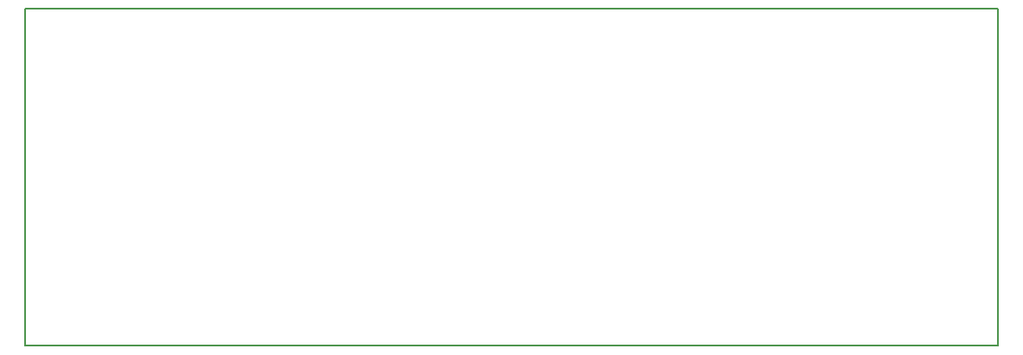
<source format=gbr>
G04 #@! TF.FileFunction,Profile,NP*
%FSLAX46Y46*%
G04 Gerber Fmt 4.6, Leading zero omitted, Abs format (unit mm)*
G04 Created by KiCad (PCBNEW 4.0.2+dfsg1-stable) date Mon 26 Feb 2018 05:52:28 PM CET*
%MOMM*%
G01*
G04 APERTURE LIST*
%ADD10C,0.100000*%
%ADD11C,0.150000*%
G04 APERTURE END LIST*
D10*
D11*
X106680000Y-133985000D02*
X201930000Y-133985000D01*
X106680000Y-100965000D02*
X106680000Y-133985000D01*
X201930000Y-100965000D02*
X106680000Y-100965000D01*
X201930000Y-133985000D02*
X201930000Y-100965000D01*
M02*

</source>
